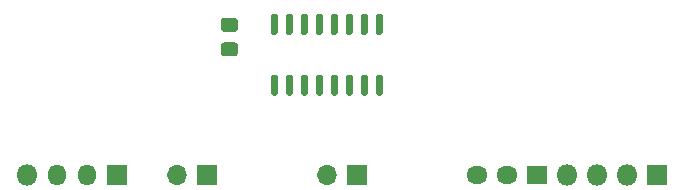
<source format=gbr>
%TF.GenerationSoftware,KiCad,Pcbnew,(5.1.8)-1*%
%TF.CreationDate,2024-08-16T23:19:40+03:00*%
%TF.ProjectId,MUX1,4d555831-2e6b-4696-9361-645f70636258,rev?*%
%TF.SameCoordinates,Original*%
%TF.FileFunction,Soldermask,Top*%
%TF.FilePolarity,Negative*%
%FSLAX46Y46*%
G04 Gerber Fmt 4.6, Leading zero omitted, Abs format (unit mm)*
G04 Created by KiCad (PCBNEW (5.1.8)-1) date 2024-08-16 23:19:40*
%MOMM*%
%LPD*%
G01*
G04 APERTURE LIST*
%ADD10O,1.700000X1.700000*%
%ADD11R,1.700000X1.700000*%
%ADD12R,1.800000X1.800000*%
%ADD13O,1.500000X1.800000*%
%ADD14O,1.800000X1.800000*%
%ADD15R,1.800000X1.500000*%
%ADD16O,1.800000X1.500000*%
G04 APERTURE END LIST*
D10*
%TO.C,J5*%
X109220000Y-63500000D03*
D11*
X111760000Y-63500000D03*
%TD*%
%TO.C,C1*%
G36*
G01*
X101440000Y-53462500D02*
X100490000Y-53462500D01*
G75*
G02*
X100240000Y-53212500I0J250000D01*
G01*
X100240000Y-52537500D01*
G75*
G02*
X100490000Y-52287500I250000J0D01*
G01*
X101440000Y-52287500D01*
G75*
G02*
X101690000Y-52537500I0J-250000D01*
G01*
X101690000Y-53212500D01*
G75*
G02*
X101440000Y-53462500I-250000J0D01*
G01*
G37*
G36*
G01*
X101440000Y-51387500D02*
X100490000Y-51387500D01*
G75*
G02*
X100240000Y-51137500I0J250000D01*
G01*
X100240000Y-50462500D01*
G75*
G02*
X100490000Y-50212500I250000J0D01*
G01*
X101440000Y-50212500D01*
G75*
G02*
X101690000Y-50462500I0J-250000D01*
G01*
X101690000Y-51137500D01*
G75*
G02*
X101440000Y-51387500I-250000J0D01*
G01*
G37*
%TD*%
D12*
%TO.C,J1*%
X91440000Y-63500000D03*
D13*
X88900000Y-63500000D03*
X86360000Y-63500000D03*
D14*
X83820000Y-63500000D03*
%TD*%
%TO.C,J2*%
X129540000Y-63500000D03*
X132080000Y-63500000D03*
X134620000Y-63500000D03*
D12*
X137160000Y-63500000D03*
%TD*%
D15*
%TO.C,J3*%
X127000000Y-63500000D03*
D16*
X124460000Y-63500000D03*
X121920000Y-63500000D03*
%TD*%
D11*
%TO.C,J4*%
X99060000Y-63500000D03*
D10*
X96520000Y-63500000D03*
%TD*%
%TO.C,U1*%
G36*
G01*
X113515000Y-49890000D02*
X113815000Y-49890000D01*
G75*
G02*
X113965000Y-50040000I0J-150000D01*
G01*
X113965000Y-51490000D01*
G75*
G02*
X113815000Y-51640000I-150000J0D01*
G01*
X113515000Y-51640000D01*
G75*
G02*
X113365000Y-51490000I0J150000D01*
G01*
X113365000Y-50040000D01*
G75*
G02*
X113515000Y-49890000I150000J0D01*
G01*
G37*
G36*
G01*
X112245000Y-49890000D02*
X112545000Y-49890000D01*
G75*
G02*
X112695000Y-50040000I0J-150000D01*
G01*
X112695000Y-51490000D01*
G75*
G02*
X112545000Y-51640000I-150000J0D01*
G01*
X112245000Y-51640000D01*
G75*
G02*
X112095000Y-51490000I0J150000D01*
G01*
X112095000Y-50040000D01*
G75*
G02*
X112245000Y-49890000I150000J0D01*
G01*
G37*
G36*
G01*
X110975000Y-49890000D02*
X111275000Y-49890000D01*
G75*
G02*
X111425000Y-50040000I0J-150000D01*
G01*
X111425000Y-51490000D01*
G75*
G02*
X111275000Y-51640000I-150000J0D01*
G01*
X110975000Y-51640000D01*
G75*
G02*
X110825000Y-51490000I0J150000D01*
G01*
X110825000Y-50040000D01*
G75*
G02*
X110975000Y-49890000I150000J0D01*
G01*
G37*
G36*
G01*
X109705000Y-49890000D02*
X110005000Y-49890000D01*
G75*
G02*
X110155000Y-50040000I0J-150000D01*
G01*
X110155000Y-51490000D01*
G75*
G02*
X110005000Y-51640000I-150000J0D01*
G01*
X109705000Y-51640000D01*
G75*
G02*
X109555000Y-51490000I0J150000D01*
G01*
X109555000Y-50040000D01*
G75*
G02*
X109705000Y-49890000I150000J0D01*
G01*
G37*
G36*
G01*
X108435000Y-49890000D02*
X108735000Y-49890000D01*
G75*
G02*
X108885000Y-50040000I0J-150000D01*
G01*
X108885000Y-51490000D01*
G75*
G02*
X108735000Y-51640000I-150000J0D01*
G01*
X108435000Y-51640000D01*
G75*
G02*
X108285000Y-51490000I0J150000D01*
G01*
X108285000Y-50040000D01*
G75*
G02*
X108435000Y-49890000I150000J0D01*
G01*
G37*
G36*
G01*
X107165000Y-49890000D02*
X107465000Y-49890000D01*
G75*
G02*
X107615000Y-50040000I0J-150000D01*
G01*
X107615000Y-51490000D01*
G75*
G02*
X107465000Y-51640000I-150000J0D01*
G01*
X107165000Y-51640000D01*
G75*
G02*
X107015000Y-51490000I0J150000D01*
G01*
X107015000Y-50040000D01*
G75*
G02*
X107165000Y-49890000I150000J0D01*
G01*
G37*
G36*
G01*
X105895000Y-49890000D02*
X106195000Y-49890000D01*
G75*
G02*
X106345000Y-50040000I0J-150000D01*
G01*
X106345000Y-51490000D01*
G75*
G02*
X106195000Y-51640000I-150000J0D01*
G01*
X105895000Y-51640000D01*
G75*
G02*
X105745000Y-51490000I0J150000D01*
G01*
X105745000Y-50040000D01*
G75*
G02*
X105895000Y-49890000I150000J0D01*
G01*
G37*
G36*
G01*
X104625000Y-49890000D02*
X104925000Y-49890000D01*
G75*
G02*
X105075000Y-50040000I0J-150000D01*
G01*
X105075000Y-51490000D01*
G75*
G02*
X104925000Y-51640000I-150000J0D01*
G01*
X104625000Y-51640000D01*
G75*
G02*
X104475000Y-51490000I0J150000D01*
G01*
X104475000Y-50040000D01*
G75*
G02*
X104625000Y-49890000I150000J0D01*
G01*
G37*
G36*
G01*
X104625000Y-55040000D02*
X104925000Y-55040000D01*
G75*
G02*
X105075000Y-55190000I0J-150000D01*
G01*
X105075000Y-56640000D01*
G75*
G02*
X104925000Y-56790000I-150000J0D01*
G01*
X104625000Y-56790000D01*
G75*
G02*
X104475000Y-56640000I0J150000D01*
G01*
X104475000Y-55190000D01*
G75*
G02*
X104625000Y-55040000I150000J0D01*
G01*
G37*
G36*
G01*
X105895000Y-55040000D02*
X106195000Y-55040000D01*
G75*
G02*
X106345000Y-55190000I0J-150000D01*
G01*
X106345000Y-56640000D01*
G75*
G02*
X106195000Y-56790000I-150000J0D01*
G01*
X105895000Y-56790000D01*
G75*
G02*
X105745000Y-56640000I0J150000D01*
G01*
X105745000Y-55190000D01*
G75*
G02*
X105895000Y-55040000I150000J0D01*
G01*
G37*
G36*
G01*
X107165000Y-55040000D02*
X107465000Y-55040000D01*
G75*
G02*
X107615000Y-55190000I0J-150000D01*
G01*
X107615000Y-56640000D01*
G75*
G02*
X107465000Y-56790000I-150000J0D01*
G01*
X107165000Y-56790000D01*
G75*
G02*
X107015000Y-56640000I0J150000D01*
G01*
X107015000Y-55190000D01*
G75*
G02*
X107165000Y-55040000I150000J0D01*
G01*
G37*
G36*
G01*
X108435000Y-55040000D02*
X108735000Y-55040000D01*
G75*
G02*
X108885000Y-55190000I0J-150000D01*
G01*
X108885000Y-56640000D01*
G75*
G02*
X108735000Y-56790000I-150000J0D01*
G01*
X108435000Y-56790000D01*
G75*
G02*
X108285000Y-56640000I0J150000D01*
G01*
X108285000Y-55190000D01*
G75*
G02*
X108435000Y-55040000I150000J0D01*
G01*
G37*
G36*
G01*
X109705000Y-55040000D02*
X110005000Y-55040000D01*
G75*
G02*
X110155000Y-55190000I0J-150000D01*
G01*
X110155000Y-56640000D01*
G75*
G02*
X110005000Y-56790000I-150000J0D01*
G01*
X109705000Y-56790000D01*
G75*
G02*
X109555000Y-56640000I0J150000D01*
G01*
X109555000Y-55190000D01*
G75*
G02*
X109705000Y-55040000I150000J0D01*
G01*
G37*
G36*
G01*
X110975000Y-55040000D02*
X111275000Y-55040000D01*
G75*
G02*
X111425000Y-55190000I0J-150000D01*
G01*
X111425000Y-56640000D01*
G75*
G02*
X111275000Y-56790000I-150000J0D01*
G01*
X110975000Y-56790000D01*
G75*
G02*
X110825000Y-56640000I0J150000D01*
G01*
X110825000Y-55190000D01*
G75*
G02*
X110975000Y-55040000I150000J0D01*
G01*
G37*
G36*
G01*
X112245000Y-55040000D02*
X112545000Y-55040000D01*
G75*
G02*
X112695000Y-55190000I0J-150000D01*
G01*
X112695000Y-56640000D01*
G75*
G02*
X112545000Y-56790000I-150000J0D01*
G01*
X112245000Y-56790000D01*
G75*
G02*
X112095000Y-56640000I0J150000D01*
G01*
X112095000Y-55190000D01*
G75*
G02*
X112245000Y-55040000I150000J0D01*
G01*
G37*
G36*
G01*
X113515000Y-55040000D02*
X113815000Y-55040000D01*
G75*
G02*
X113965000Y-55190000I0J-150000D01*
G01*
X113965000Y-56640000D01*
G75*
G02*
X113815000Y-56790000I-150000J0D01*
G01*
X113515000Y-56790000D01*
G75*
G02*
X113365000Y-56640000I0J150000D01*
G01*
X113365000Y-55190000D01*
G75*
G02*
X113515000Y-55040000I150000J0D01*
G01*
G37*
%TD*%
M02*

</source>
